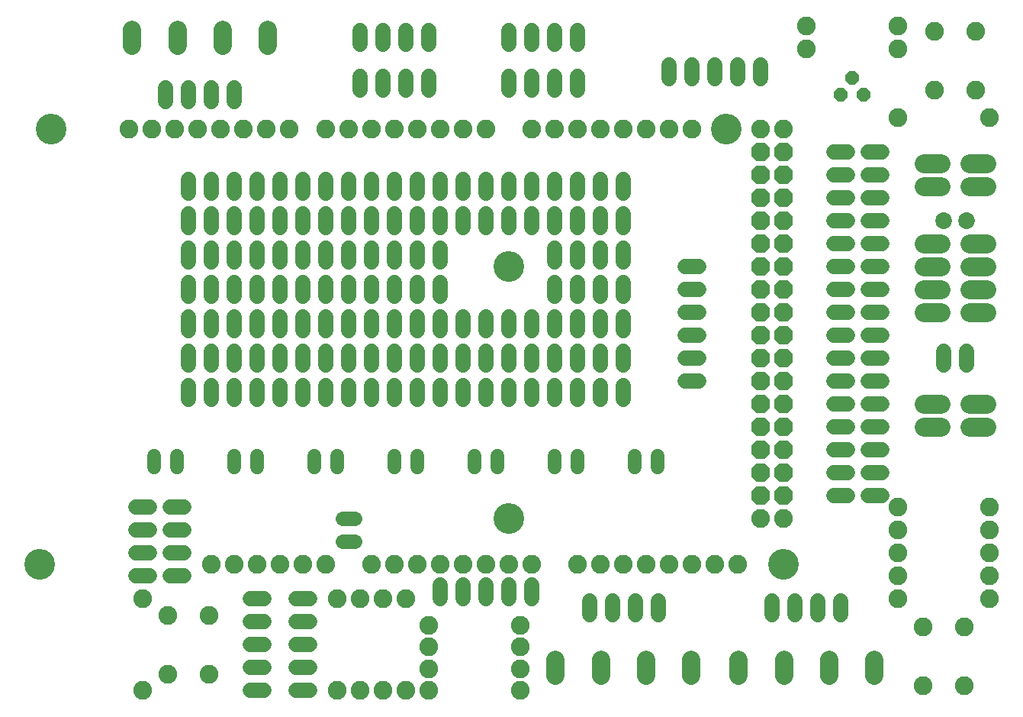
<source format=gts>
G75*
%MOIN*%
%OFA0B0*%
%FSLAX25Y25*%
%IPPOS*%
%LPD*%
%AMOC8*
5,1,8,0,0,1.08239X$1,22.5*
%
%ADD10C,0.06800*%
%ADD11C,0.08200*%
%ADD12OC8,0.08200*%
%ADD13C,0.13398*%
%ADD14C,0.08200*%
%ADD15C,0.07300*%
%ADD16OC8,0.06000*%
%ADD17C,0.06000*%
%ADD18C,0.06400*%
%ADD19C,0.07850*%
D10*
X0057000Y0057800D02*
X0063000Y0057800D01*
X0072000Y0057800D02*
X0078000Y0057800D01*
X0078000Y0067800D02*
X0072000Y0067800D01*
X0063000Y0067800D02*
X0057000Y0067800D01*
X0057000Y0077800D02*
X0063000Y0077800D01*
X0072000Y0077800D02*
X0078000Y0077800D01*
X0078000Y0087800D02*
X0072000Y0087800D01*
X0063000Y0087800D02*
X0057000Y0087800D01*
X0107000Y0047800D02*
X0113000Y0047800D01*
X0113000Y0037800D02*
X0107000Y0037800D01*
X0107000Y0027800D02*
X0113000Y0027800D01*
X0113000Y0017800D02*
X0107000Y0017800D01*
X0107000Y0007800D02*
X0113000Y0007800D01*
X0127000Y0007800D02*
X0133000Y0007800D01*
X0133000Y0017800D02*
X0127000Y0017800D01*
X0127000Y0027800D02*
X0133000Y0027800D01*
X0133000Y0037800D02*
X0127000Y0037800D01*
X0127000Y0047800D02*
X0133000Y0047800D01*
X0189830Y0047928D02*
X0189830Y0053928D01*
X0199830Y0053928D02*
X0199830Y0047928D01*
X0209830Y0047928D02*
X0209830Y0053928D01*
X0219830Y0053928D02*
X0219830Y0047928D01*
X0229830Y0047928D02*
X0229830Y0053928D01*
X0255414Y0046916D02*
X0255414Y0040916D01*
X0265414Y0040916D02*
X0265414Y0046916D01*
X0275414Y0046916D02*
X0275414Y0040916D01*
X0285414Y0040916D02*
X0285414Y0046916D01*
X0335000Y0046859D02*
X0335000Y0040859D01*
X0345000Y0040859D02*
X0345000Y0046859D01*
X0355000Y0046859D02*
X0355000Y0040859D01*
X0365000Y0040859D02*
X0365000Y0046859D01*
X0368000Y0092800D02*
X0362000Y0092800D01*
X0362000Y0102800D02*
X0368000Y0102800D01*
X0377000Y0102800D02*
X0383000Y0102800D01*
X0383000Y0112800D02*
X0377000Y0112800D01*
X0368000Y0112800D02*
X0362000Y0112800D01*
X0362000Y0122800D02*
X0368000Y0122800D01*
X0377000Y0122800D02*
X0383000Y0122800D01*
X0383000Y0132800D02*
X0377000Y0132800D01*
X0368000Y0132800D02*
X0362000Y0132800D01*
X0362000Y0142800D02*
X0368000Y0142800D01*
X0377000Y0142800D02*
X0383000Y0142800D01*
X0383000Y0152800D02*
X0377000Y0152800D01*
X0368000Y0152800D02*
X0362000Y0152800D01*
X0362000Y0162800D02*
X0368000Y0162800D01*
X0377000Y0162800D02*
X0383000Y0162800D01*
X0383000Y0172800D02*
X0377000Y0172800D01*
X0368000Y0172800D02*
X0362000Y0172800D01*
X0362000Y0182800D02*
X0368000Y0182800D01*
X0377000Y0182800D02*
X0383000Y0182800D01*
X0383000Y0192800D02*
X0377000Y0192800D01*
X0368000Y0192800D02*
X0362000Y0192800D01*
X0362000Y0202800D02*
X0368000Y0202800D01*
X0377000Y0202800D02*
X0383000Y0202800D01*
X0383000Y0212800D02*
X0377000Y0212800D01*
X0368000Y0212800D02*
X0362000Y0212800D01*
X0362000Y0222800D02*
X0368000Y0222800D01*
X0377000Y0222800D02*
X0383000Y0222800D01*
X0383000Y0232800D02*
X0377000Y0232800D01*
X0368000Y0232800D02*
X0362000Y0232800D01*
X0362000Y0242800D02*
X0368000Y0242800D01*
X0377000Y0242800D02*
X0383000Y0242800D01*
X0330000Y0274800D02*
X0330000Y0280800D01*
X0320000Y0280800D02*
X0320000Y0274800D01*
X0310000Y0274800D02*
X0310000Y0280800D01*
X0300000Y0280800D02*
X0300000Y0274800D01*
X0290000Y0274800D02*
X0290000Y0280800D01*
X0250000Y0275800D02*
X0250000Y0269800D01*
X0240000Y0269800D02*
X0240000Y0275800D01*
X0230000Y0275800D02*
X0230000Y0269800D01*
X0220000Y0269800D02*
X0220000Y0275800D01*
X0220000Y0289800D02*
X0220000Y0295800D01*
X0230000Y0295800D02*
X0230000Y0289800D01*
X0240000Y0289800D02*
X0240000Y0295800D01*
X0250000Y0295800D02*
X0250000Y0289800D01*
X0185000Y0289800D02*
X0185000Y0295800D01*
X0175000Y0295800D02*
X0175000Y0289800D01*
X0165000Y0289800D02*
X0165000Y0295800D01*
X0155000Y0295800D02*
X0155000Y0289800D01*
X0155000Y0275800D02*
X0155000Y0269800D01*
X0165000Y0269800D02*
X0165000Y0275800D01*
X0175000Y0275800D02*
X0175000Y0269800D01*
X0185000Y0269800D02*
X0185000Y0275800D01*
X0180000Y0230800D02*
X0180000Y0224800D01*
X0190000Y0224800D02*
X0190000Y0230800D01*
X0200000Y0230800D02*
X0200000Y0224800D01*
X0210000Y0224800D02*
X0210000Y0230800D01*
X0220000Y0230800D02*
X0220000Y0224800D01*
X0230000Y0224800D02*
X0230000Y0230800D01*
X0240000Y0230800D02*
X0240000Y0224800D01*
X0250000Y0224800D02*
X0250000Y0230800D01*
X0260000Y0230800D02*
X0260000Y0224800D01*
X0270000Y0224800D02*
X0270000Y0230800D01*
X0270000Y0215800D02*
X0270000Y0209800D01*
X0260000Y0209800D02*
X0260000Y0215800D01*
X0250000Y0215800D02*
X0250000Y0209800D01*
X0240000Y0209800D02*
X0240000Y0215800D01*
X0230000Y0215800D02*
X0230000Y0209800D01*
X0220000Y0209800D02*
X0220000Y0215800D01*
X0210000Y0215800D02*
X0210000Y0209800D01*
X0200000Y0209800D02*
X0200000Y0215800D01*
X0190000Y0215800D02*
X0190000Y0209800D01*
X0180000Y0209800D02*
X0180000Y0215800D01*
X0170000Y0215800D02*
X0170000Y0209800D01*
X0160000Y0209800D02*
X0160000Y0215800D01*
X0150000Y0215800D02*
X0150000Y0209800D01*
X0140000Y0209800D02*
X0140000Y0215800D01*
X0130000Y0215800D02*
X0130000Y0209800D01*
X0130000Y0200800D02*
X0130000Y0194800D01*
X0140000Y0194800D02*
X0140000Y0200800D01*
X0150000Y0200800D02*
X0150000Y0194800D01*
X0160000Y0194800D02*
X0160000Y0200800D01*
X0170000Y0200800D02*
X0170000Y0194800D01*
X0170000Y0185800D02*
X0170000Y0179800D01*
X0160000Y0179800D02*
X0160000Y0185800D01*
X0150000Y0185800D02*
X0150000Y0179800D01*
X0140000Y0179800D02*
X0140000Y0185800D01*
X0130000Y0185800D02*
X0130000Y0179800D01*
X0130000Y0170800D02*
X0130000Y0164800D01*
X0140000Y0164800D02*
X0140000Y0170800D01*
X0150000Y0170800D02*
X0150000Y0164800D01*
X0160000Y0164800D02*
X0160000Y0170800D01*
X0170000Y0170800D02*
X0170000Y0164800D01*
X0170000Y0155800D02*
X0170000Y0149800D01*
X0160000Y0149800D02*
X0160000Y0155800D01*
X0150000Y0155800D02*
X0150000Y0149800D01*
X0140000Y0149800D02*
X0140000Y0155800D01*
X0130000Y0155800D02*
X0130000Y0149800D01*
X0130000Y0140800D02*
X0130000Y0134800D01*
X0140000Y0134800D02*
X0140000Y0140800D01*
X0150000Y0140800D02*
X0150000Y0134800D01*
X0160000Y0134800D02*
X0160000Y0140800D01*
X0170000Y0140800D02*
X0170000Y0134800D01*
X0180000Y0134800D02*
X0180000Y0140800D01*
X0190000Y0140800D02*
X0190000Y0134800D01*
X0200000Y0134800D02*
X0200000Y0140800D01*
X0210000Y0140800D02*
X0210000Y0134800D01*
X0220000Y0134800D02*
X0220000Y0140800D01*
X0230000Y0140800D02*
X0230000Y0134800D01*
X0240000Y0134800D02*
X0240000Y0140800D01*
X0250000Y0140800D02*
X0250000Y0134800D01*
X0260000Y0134800D02*
X0260000Y0140800D01*
X0270000Y0140800D02*
X0270000Y0134800D01*
X0270000Y0149800D02*
X0270000Y0155800D01*
X0260000Y0155800D02*
X0260000Y0149800D01*
X0250000Y0149800D02*
X0250000Y0155800D01*
X0240000Y0155800D02*
X0240000Y0149800D01*
X0230000Y0149800D02*
X0230000Y0155800D01*
X0220000Y0155800D02*
X0220000Y0149800D01*
X0210000Y0149800D02*
X0210000Y0155800D01*
X0200000Y0155800D02*
X0200000Y0149800D01*
X0190000Y0149800D02*
X0190000Y0155800D01*
X0180000Y0155800D02*
X0180000Y0149800D01*
X0180000Y0164800D02*
X0180000Y0170800D01*
X0190000Y0170800D02*
X0190000Y0164800D01*
X0200000Y0164800D02*
X0200000Y0170800D01*
X0210000Y0170800D02*
X0210000Y0164800D01*
X0220000Y0164800D02*
X0220000Y0170800D01*
X0230000Y0170800D02*
X0230000Y0164800D01*
X0240000Y0164800D02*
X0240000Y0170800D01*
X0250000Y0170800D02*
X0250000Y0164800D01*
X0260000Y0164800D02*
X0260000Y0170800D01*
X0270000Y0170800D02*
X0270000Y0164800D01*
X0270000Y0179800D02*
X0270000Y0185800D01*
X0260000Y0185800D02*
X0260000Y0179800D01*
X0250000Y0179800D02*
X0250000Y0185800D01*
X0240000Y0185800D02*
X0240000Y0179800D01*
X0240000Y0194800D02*
X0240000Y0200800D01*
X0250000Y0200800D02*
X0250000Y0194800D01*
X0260000Y0194800D02*
X0260000Y0200800D01*
X0270000Y0200800D02*
X0270000Y0194800D01*
X0297000Y0192800D02*
X0303000Y0192800D01*
X0303000Y0182800D02*
X0297000Y0182800D01*
X0297000Y0172800D02*
X0303000Y0172800D01*
X0303000Y0162800D02*
X0297000Y0162800D01*
X0297000Y0152800D02*
X0303000Y0152800D01*
X0303000Y0142800D02*
X0297000Y0142800D01*
X0377000Y0092800D02*
X0383000Y0092800D01*
X0410000Y0149800D02*
X0410000Y0155800D01*
X0420000Y0155800D02*
X0420000Y0149800D01*
X0190000Y0179800D02*
X0190000Y0185800D01*
X0180000Y0185800D02*
X0180000Y0179800D01*
X0180000Y0194800D02*
X0180000Y0200800D01*
X0190000Y0200800D02*
X0190000Y0194800D01*
X0170000Y0224800D02*
X0170000Y0230800D01*
X0160000Y0230800D02*
X0160000Y0224800D01*
X0150000Y0224800D02*
X0150000Y0230800D01*
X0140000Y0230800D02*
X0140000Y0224800D01*
X0130000Y0224800D02*
X0130000Y0230800D01*
X0120000Y0230800D02*
X0120000Y0224800D01*
X0110000Y0224800D02*
X0110000Y0230800D01*
X0100000Y0230800D02*
X0100000Y0224800D01*
X0090000Y0224800D02*
X0090000Y0230800D01*
X0080000Y0230800D02*
X0080000Y0224800D01*
X0080000Y0215800D02*
X0080000Y0209800D01*
X0080000Y0200800D02*
X0080000Y0194800D01*
X0080000Y0185800D02*
X0080000Y0179800D01*
X0080000Y0170800D02*
X0080000Y0164800D01*
X0080000Y0155800D02*
X0080000Y0149800D01*
X0080000Y0140800D02*
X0080000Y0134800D01*
X0090000Y0134800D02*
X0090000Y0140800D01*
X0100000Y0140800D02*
X0100000Y0134800D01*
X0110000Y0134800D02*
X0110000Y0140800D01*
X0120000Y0140800D02*
X0120000Y0134800D01*
X0120000Y0149800D02*
X0120000Y0155800D01*
X0110000Y0155800D02*
X0110000Y0149800D01*
X0100000Y0149800D02*
X0100000Y0155800D01*
X0090000Y0155800D02*
X0090000Y0149800D01*
X0090000Y0164800D02*
X0090000Y0170800D01*
X0100000Y0170800D02*
X0100000Y0164800D01*
X0110000Y0164800D02*
X0110000Y0170800D01*
X0120000Y0170800D02*
X0120000Y0164800D01*
X0120000Y0179800D02*
X0120000Y0185800D01*
X0110000Y0185800D02*
X0110000Y0179800D01*
X0100000Y0179800D02*
X0100000Y0185800D01*
X0090000Y0185800D02*
X0090000Y0179800D01*
X0090000Y0194800D02*
X0090000Y0200800D01*
X0100000Y0200800D02*
X0100000Y0194800D01*
X0110000Y0194800D02*
X0110000Y0200800D01*
X0120000Y0200800D02*
X0120000Y0194800D01*
X0120000Y0209800D02*
X0120000Y0215800D01*
X0110000Y0215800D02*
X0110000Y0209800D01*
X0100000Y0209800D02*
X0100000Y0215800D01*
X0090000Y0215800D02*
X0090000Y0209800D01*
X0090000Y0264800D02*
X0090000Y0270800D01*
X0100000Y0270800D02*
X0100000Y0264800D01*
X0080000Y0264800D02*
X0080000Y0270800D01*
X0070000Y0270800D02*
X0070000Y0264800D01*
D11*
X0060000Y0007800D03*
X0071100Y0015000D03*
X0088900Y0015000D03*
X0088900Y0040600D03*
X0071100Y0040600D03*
X0060000Y0047800D03*
X0090000Y0062800D03*
X0100000Y0062800D03*
X0110000Y0062800D03*
X0120000Y0062800D03*
X0130000Y0062800D03*
X0140000Y0062800D03*
X0160000Y0062800D03*
X0170000Y0062800D03*
X0180000Y0062800D03*
X0190000Y0062800D03*
X0200000Y0062800D03*
X0210000Y0062800D03*
X0220000Y0062800D03*
X0230000Y0062800D03*
X0250000Y0062800D03*
X0260000Y0062800D03*
X0270000Y0062800D03*
X0280000Y0062800D03*
X0290000Y0062800D03*
X0300000Y0062800D03*
X0310000Y0062800D03*
X0320000Y0062800D03*
X0330000Y0082800D03*
X0340000Y0082800D03*
X0390000Y0077800D03*
X0390000Y0087800D03*
X0390000Y0067800D03*
X0390000Y0057800D03*
X0390000Y0047800D03*
X0401100Y0035600D03*
X0418900Y0035600D03*
X0430000Y0047800D03*
X0430000Y0057800D03*
X0430000Y0067800D03*
X0430000Y0077800D03*
X0430000Y0087800D03*
X0418900Y0010000D03*
X0401100Y0010000D03*
X0225000Y0007800D03*
X0225000Y0017290D03*
X0225000Y0026779D03*
X0225000Y0036164D03*
X0185000Y0036164D03*
X0185000Y0026779D03*
X0185000Y0017290D03*
X0185000Y0007800D03*
X0175000Y0007800D03*
X0165000Y0007800D03*
X0155000Y0007800D03*
X0145000Y0007800D03*
X0145000Y0047800D03*
X0155000Y0047800D03*
X0165000Y0047800D03*
X0175000Y0047800D03*
X0170000Y0252800D03*
X0160000Y0252800D03*
X0150000Y0252800D03*
X0140000Y0252800D03*
X0124000Y0252800D03*
X0114000Y0252800D03*
X0104000Y0252800D03*
X0094000Y0252800D03*
X0084000Y0252800D03*
X0074000Y0252800D03*
X0064000Y0252800D03*
X0054000Y0252800D03*
X0180000Y0252800D03*
X0190000Y0252800D03*
X0200000Y0252800D03*
X0210000Y0252800D03*
X0230000Y0252800D03*
X0240000Y0252800D03*
X0250000Y0252800D03*
X0260000Y0252800D03*
X0270000Y0252800D03*
X0280000Y0252800D03*
X0290000Y0252800D03*
X0300000Y0252800D03*
X0330000Y0252800D03*
X0340000Y0252800D03*
X0350000Y0287800D03*
X0350000Y0297800D03*
X0390000Y0297800D03*
X0390000Y0287800D03*
X0406100Y0295600D03*
X0423900Y0295600D03*
X0423900Y0270000D03*
X0430000Y0257800D03*
X0406100Y0270000D03*
X0390000Y0257800D03*
D12*
X0340000Y0242800D03*
X0330000Y0242800D03*
X0330000Y0232800D03*
X0340000Y0232800D03*
X0340000Y0222800D03*
X0330000Y0222800D03*
X0330000Y0212800D03*
X0340000Y0212800D03*
X0340000Y0202800D03*
X0330000Y0202800D03*
X0330000Y0192800D03*
X0340000Y0192800D03*
X0340000Y0182800D03*
X0330000Y0182800D03*
X0330000Y0172800D03*
X0340000Y0172800D03*
X0340000Y0162800D03*
X0330000Y0162800D03*
X0330000Y0152800D03*
X0340000Y0152800D03*
X0340000Y0142800D03*
X0330000Y0142800D03*
X0330000Y0132800D03*
X0340000Y0132800D03*
X0340000Y0122800D03*
X0330000Y0122800D03*
X0330000Y0112800D03*
X0340000Y0112800D03*
X0340000Y0102800D03*
X0330000Y0102800D03*
X0330000Y0092800D03*
X0340000Y0092800D03*
D13*
X0340000Y0062800D03*
X0220000Y0082800D03*
X0220000Y0192800D03*
X0315000Y0252800D03*
X0020000Y0252800D03*
X0015000Y0062800D03*
D14*
X0401300Y0122800D02*
X0408700Y0122800D01*
X0408700Y0132800D02*
X0401300Y0132800D01*
X0421300Y0132800D02*
X0428700Y0132800D01*
X0428700Y0122800D02*
X0421300Y0122800D01*
X0421300Y0172800D02*
X0428700Y0172800D01*
X0428700Y0182800D02*
X0421300Y0182800D01*
X0408700Y0182800D02*
X0401300Y0182800D01*
X0401300Y0172800D02*
X0408700Y0172800D01*
X0408700Y0192800D02*
X0401300Y0192800D01*
X0401300Y0202800D02*
X0408700Y0202800D01*
X0421300Y0202800D02*
X0428700Y0202800D01*
X0428700Y0192800D02*
X0421300Y0192800D01*
X0421300Y0227800D02*
X0428700Y0227800D01*
X0428700Y0237800D02*
X0421300Y0237800D01*
X0408700Y0237800D02*
X0401300Y0237800D01*
X0401300Y0227800D02*
X0408700Y0227800D01*
D15*
X0410000Y0212800D03*
X0420000Y0212800D03*
D16*
X0375000Y0267800D03*
X0370000Y0275300D03*
X0365000Y0267800D03*
D17*
X0285000Y0110400D02*
X0285000Y0105200D01*
X0275000Y0105200D02*
X0275000Y0110400D01*
X0250000Y0110400D02*
X0250000Y0105200D01*
X0240000Y0105200D02*
X0240000Y0110400D01*
X0215000Y0110400D02*
X0215000Y0105200D01*
X0205000Y0105200D02*
X0205000Y0110400D01*
X0180000Y0110400D02*
X0180000Y0105200D01*
X0170000Y0105200D02*
X0170000Y0110400D01*
X0145000Y0110400D02*
X0145000Y0105200D01*
X0135000Y0105200D02*
X0135000Y0110400D01*
X0110000Y0110400D02*
X0110000Y0105200D01*
X0100000Y0105200D02*
X0100000Y0110400D01*
X0075000Y0110400D02*
X0075000Y0105200D01*
X0065000Y0105200D02*
X0065000Y0110400D01*
D18*
X0147200Y0082800D02*
X0152800Y0082800D01*
X0152800Y0072800D02*
X0147200Y0072800D01*
D19*
X0240472Y0021325D02*
X0240472Y0014275D01*
X0260157Y0014275D02*
X0260157Y0021325D01*
X0279843Y0021325D02*
X0279843Y0014275D01*
X0299528Y0014275D02*
X0299528Y0021325D01*
X0320472Y0021325D02*
X0320472Y0014275D01*
X0340157Y0014275D02*
X0340157Y0021325D01*
X0359843Y0021325D02*
X0359843Y0014275D01*
X0379528Y0014275D02*
X0379528Y0021325D01*
X0114528Y0289275D02*
X0114528Y0296325D01*
X0094843Y0296325D02*
X0094843Y0289275D01*
X0075157Y0289275D02*
X0075157Y0296325D01*
X0055472Y0296325D02*
X0055472Y0289275D01*
M02*

</source>
